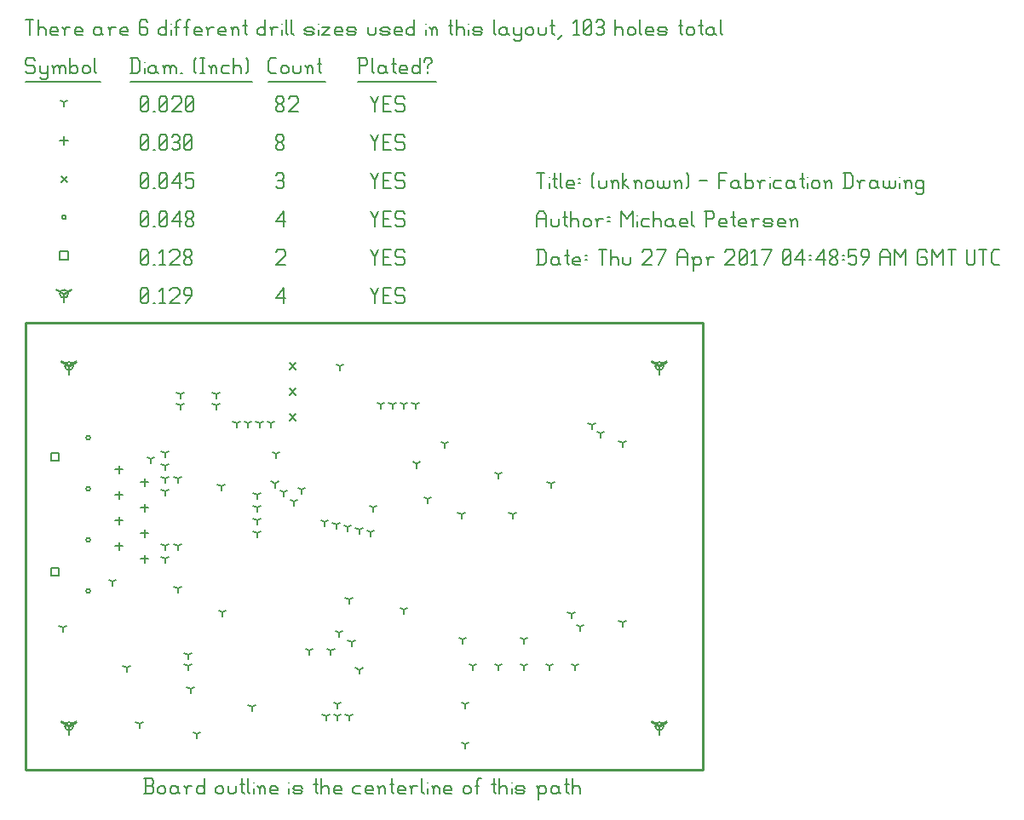
<source format=gbr>
G04 start of page 12 for group -3984 idx -3984 *
G04 Title: (unknown), fab *
G04 Creator: pcb 20140316 *
G04 CreationDate: Thu 27 Apr 2017 04:48:59 AM GMT UTC *
G04 For: railfan *
G04 Format: Gerber/RS-274X *
G04 PCB-Dimensions (mil): 2650.00 1750.00 *
G04 PCB-Coordinate-Origin: lower left *
%MOIN*%
%FSLAX25Y25*%
%LNFAB*%
%ADD107C,0.0100*%
%ADD106C,0.0075*%
%ADD105C,0.0060*%
%ADD104C,0.0001*%
%ADD103R,0.0080X0.0080*%
G54D103*X17000Y158000D02*Y154800D01*
G54D104*G36*
X16454Y158147D02*X19920Y160146D01*
X20320Y159453D01*
X16853Y157454D01*
X16454Y158147D01*
G37*
G36*
X17147Y157454D02*X13680Y159453D01*
X14080Y160146D01*
X17546Y158147D01*
X17147Y157454D01*
G37*
G54D103*X15400Y158000D02*G75*G03X18600Y158000I1600J0D01*G01*
G75*G03X15400Y158000I-1600J0D01*G01*
X17000Y17000D02*Y13800D01*
G54D104*G36*
X16454Y17147D02*X19920Y19146D01*
X20320Y18453D01*
X16853Y16454D01*
X16454Y17147D01*
G37*
G36*
X17147Y16454D02*X13680Y18453D01*
X14080Y19146D01*
X17546Y17147D01*
X17147Y16454D01*
G37*
G54D103*X15400Y17000D02*G75*G03X18600Y17000I1600J0D01*G01*
G75*G03X15400Y17000I-1600J0D01*G01*
X248000D02*Y13800D01*
G54D104*G36*
X247454Y17147D02*X250920Y19146D01*
X251320Y18453D01*
X247853Y16454D01*
X247454Y17147D01*
G37*
G36*
X248147Y16454D02*X244680Y18453D01*
X245080Y19146D01*
X248546Y17147D01*
X248147Y16454D01*
G37*
G54D103*X246400Y17000D02*G75*G03X249600Y17000I1600J0D01*G01*
G75*G03X246400Y17000I-1600J0D01*G01*
X248000Y158000D02*Y154800D01*
G54D104*G36*
X247454Y158147D02*X250920Y160146D01*
X251320Y159453D01*
X247853Y157454D01*
X247454Y158147D01*
G37*
G36*
X248147Y157454D02*X244680Y159453D01*
X245080Y160146D01*
X248546Y158147D01*
X248147Y157454D01*
G37*
G54D103*X246400Y158000D02*G75*G03X249600Y158000I1600J0D01*G01*
G75*G03X246400Y158000I-1600J0D01*G01*
X15000Y186250D02*Y183050D01*
G54D104*G36*
X14454Y186397D02*X17920Y188396D01*
X18320Y187703D01*
X14853Y185704D01*
X14454Y186397D01*
G37*
G36*
X15147Y185704D02*X11680Y187703D01*
X12080Y188396D01*
X15546Y186397D01*
X15147Y185704D01*
G37*
G54D103*X13400Y186250D02*G75*G03X16600Y186250I1600J0D01*G01*
G75*G03X13400Y186250I-1600J0D01*G01*
G54D105*X135000Y188500D02*X136500Y185500D01*
X138000Y188500D01*
X136500Y185500D02*Y182500D01*
X139800Y185800D02*X142050D01*
X139800Y182500D02*X142800D01*
X139800Y188500D02*Y182500D01*
Y188500D02*X142800D01*
X147600D02*X148350Y187750D01*
X145350Y188500D02*X147600D01*
X144600Y187750D02*X145350Y188500D01*
X144600Y187750D02*Y186250D01*
X145350Y185500D01*
X147600D01*
X148350Y184750D01*
Y183250D01*
X147600Y182500D02*X148350Y183250D01*
X145350Y182500D02*X147600D01*
X144600Y183250D02*X145350Y182500D01*
X98000Y184750D02*X101000Y188500D01*
X98000Y184750D02*X101750D01*
X101000Y188500D02*Y182500D01*
X45000Y183250D02*X45750Y182500D01*
X45000Y187750D02*Y183250D01*
Y187750D02*X45750Y188500D01*
X47250D01*
X48000Y187750D01*
Y183250D01*
X47250Y182500D02*X48000Y183250D01*
X45750Y182500D02*X47250D01*
X45000Y184000D02*X48000Y187000D01*
X49800Y182500D02*X50550D01*
X52350Y187300D02*X53550Y188500D01*
Y182500D01*
X52350D02*X54600D01*
X56400Y187750D02*X57150Y188500D01*
X59400D01*
X60150Y187750D01*
Y186250D01*
X56400Y182500D02*X60150Y186250D01*
X56400Y182500D02*X60150D01*
X62700D02*X64950Y185500D01*
Y187750D02*Y185500D01*
X64200Y188500D02*X64950Y187750D01*
X62700Y188500D02*X64200D01*
X61950Y187750D02*X62700Y188500D01*
X61950Y187750D02*Y186250D01*
X62700Y185500D01*
X64950D01*
X9900Y124100D02*X13100D01*
X9900D02*Y120900D01*
X13100D01*
Y124100D02*Y120900D01*
X9900Y79100D02*X13100D01*
X9900D02*Y75900D01*
X13100D01*
Y79100D02*Y75900D01*
X13400Y202850D02*X16600D01*
X13400D02*Y199650D01*
X16600D01*
Y202850D02*Y199650D01*
X135000Y203500D02*X136500Y200500D01*
X138000Y203500D01*
X136500Y200500D02*Y197500D01*
X139800Y200800D02*X142050D01*
X139800Y197500D02*X142800D01*
X139800Y203500D02*Y197500D01*
Y203500D02*X142800D01*
X147600D02*X148350Y202750D01*
X145350Y203500D02*X147600D01*
X144600Y202750D02*X145350Y203500D01*
X144600Y202750D02*Y201250D01*
X145350Y200500D01*
X147600D01*
X148350Y199750D01*
Y198250D01*
X147600Y197500D02*X148350Y198250D01*
X145350Y197500D02*X147600D01*
X144600Y198250D02*X145350Y197500D01*
X98000Y202750D02*X98750Y203500D01*
X101000D01*
X101750Y202750D01*
Y201250D01*
X98000Y197500D02*X101750Y201250D01*
X98000Y197500D02*X101750D01*
X45000Y198250D02*X45750Y197500D01*
X45000Y202750D02*Y198250D01*
Y202750D02*X45750Y203500D01*
X47250D01*
X48000Y202750D01*
Y198250D01*
X47250Y197500D02*X48000Y198250D01*
X45750Y197500D02*X47250D01*
X45000Y199000D02*X48000Y202000D01*
X49800Y197500D02*X50550D01*
X52350Y202300D02*X53550Y203500D01*
Y197500D01*
X52350D02*X54600D01*
X56400Y202750D02*X57150Y203500D01*
X59400D01*
X60150Y202750D01*
Y201250D01*
X56400Y197500D02*X60150Y201250D01*
X56400Y197500D02*X60150D01*
X61950Y198250D02*X62700Y197500D01*
X61950Y199450D02*Y198250D01*
Y199450D02*X63000Y200500D01*
X63900D01*
X64950Y199450D01*
Y198250D01*
X64200Y197500D02*X64950Y198250D01*
X62700Y197500D02*X64200D01*
X61950Y201550D02*X63000Y200500D01*
X61950Y202750D02*Y201550D01*
Y202750D02*X62700Y203500D01*
X64200D01*
X64950Y202750D01*
Y201550D01*
X63900Y200500D02*X64950Y201550D01*
X23700Y130000D02*G75*G03X25300Y130000I800J0D01*G01*
G75*G03X23700Y130000I-800J0D01*G01*
Y110000D02*G75*G03X25300Y110000I800J0D01*G01*
G75*G03X23700Y110000I-800J0D01*G01*
Y90000D02*G75*G03X25300Y90000I800J0D01*G01*
G75*G03X23700Y90000I-800J0D01*G01*
Y70000D02*G75*G03X25300Y70000I800J0D01*G01*
G75*G03X23700Y70000I-800J0D01*G01*
X14200Y216250D02*G75*G03X15800Y216250I800J0D01*G01*
G75*G03X14200Y216250I-800J0D01*G01*
X135000Y218500D02*X136500Y215500D01*
X138000Y218500D01*
X136500Y215500D02*Y212500D01*
X139800Y215800D02*X142050D01*
X139800Y212500D02*X142800D01*
X139800Y218500D02*Y212500D01*
Y218500D02*X142800D01*
X147600D02*X148350Y217750D01*
X145350Y218500D02*X147600D01*
X144600Y217750D02*X145350Y218500D01*
X144600Y217750D02*Y216250D01*
X145350Y215500D01*
X147600D01*
X148350Y214750D01*
Y213250D01*
X147600Y212500D02*X148350Y213250D01*
X145350Y212500D02*X147600D01*
X144600Y213250D02*X145350Y212500D01*
X98000Y214750D02*X101000Y218500D01*
X98000Y214750D02*X101750D01*
X101000Y218500D02*Y212500D01*
X45000Y213250D02*X45750Y212500D01*
X45000Y217750D02*Y213250D01*
Y217750D02*X45750Y218500D01*
X47250D01*
X48000Y217750D01*
Y213250D01*
X47250Y212500D02*X48000Y213250D01*
X45750Y212500D02*X47250D01*
X45000Y214000D02*X48000Y217000D01*
X49800Y212500D02*X50550D01*
X52350Y213250D02*X53100Y212500D01*
X52350Y217750D02*Y213250D01*
Y217750D02*X53100Y218500D01*
X54600D01*
X55350Y217750D01*
Y213250D01*
X54600Y212500D02*X55350Y213250D01*
X53100Y212500D02*X54600D01*
X52350Y214000D02*X55350Y217000D01*
X57150Y214750D02*X60150Y218500D01*
X57150Y214750D02*X60900D01*
X60150Y218500D02*Y212500D01*
X62700Y213250D02*X63450Y212500D01*
X62700Y214450D02*Y213250D01*
Y214450D02*X63750Y215500D01*
X64650D01*
X65700Y214450D01*
Y213250D01*
X64950Y212500D02*X65700Y213250D01*
X63450Y212500D02*X64950D01*
X62700Y216550D02*X63750Y215500D01*
X62700Y217750D02*Y216550D01*
Y217750D02*X63450Y218500D01*
X64950D01*
X65700Y217750D01*
Y216550D01*
X64650Y215500D02*X65700Y216550D01*
X103300Y139200D02*X105700Y136800D01*
X103300D02*X105700Y139200D01*
X103300Y149200D02*X105700Y146800D01*
X103300D02*X105700Y149200D01*
X103300Y159200D02*X105700Y156800D01*
X103300D02*X105700Y159200D01*
X13800Y232450D02*X16200Y230050D01*
X13800D02*X16200Y232450D01*
X135000Y233500D02*X136500Y230500D01*
X138000Y233500D01*
X136500Y230500D02*Y227500D01*
X139800Y230800D02*X142050D01*
X139800Y227500D02*X142800D01*
X139800Y233500D02*Y227500D01*
Y233500D02*X142800D01*
X147600D02*X148350Y232750D01*
X145350Y233500D02*X147600D01*
X144600Y232750D02*X145350Y233500D01*
X144600Y232750D02*Y231250D01*
X145350Y230500D01*
X147600D01*
X148350Y229750D01*
Y228250D01*
X147600Y227500D02*X148350Y228250D01*
X145350Y227500D02*X147600D01*
X144600Y228250D02*X145350Y227500D01*
X98000Y232750D02*X98750Y233500D01*
X100250D01*
X101000Y232750D01*
X100250Y227500D02*X101000Y228250D01*
X98750Y227500D02*X100250D01*
X98000Y228250D02*X98750Y227500D01*
Y230800D02*X100250D01*
X101000Y232750D02*Y231550D01*
Y230050D02*Y228250D01*
Y230050D02*X100250Y230800D01*
X101000Y231550D02*X100250Y230800D01*
X45000Y228250D02*X45750Y227500D01*
X45000Y232750D02*Y228250D01*
Y232750D02*X45750Y233500D01*
X47250D01*
X48000Y232750D01*
Y228250D01*
X47250Y227500D02*X48000Y228250D01*
X45750Y227500D02*X47250D01*
X45000Y229000D02*X48000Y232000D01*
X49800Y227500D02*X50550D01*
X52350Y228250D02*X53100Y227500D01*
X52350Y232750D02*Y228250D01*
Y232750D02*X53100Y233500D01*
X54600D01*
X55350Y232750D01*
Y228250D01*
X54600Y227500D02*X55350Y228250D01*
X53100Y227500D02*X54600D01*
X52350Y229000D02*X55350Y232000D01*
X57150Y229750D02*X60150Y233500D01*
X57150Y229750D02*X60900D01*
X60150Y233500D02*Y227500D01*
X62700Y233500D02*X65700D01*
X62700D02*Y230500D01*
X63450Y231250D01*
X64950D01*
X65700Y230500D01*
Y228250D01*
X64950Y227500D02*X65700Y228250D01*
X63450Y227500D02*X64950D01*
X62700Y228250D02*X63450Y227500D01*
X36500Y119100D02*Y115900D01*
X34900Y117500D02*X38100D01*
X46500Y114100D02*Y110900D01*
X44900Y112500D02*X48100D01*
X36500Y109100D02*Y105900D01*
X34900Y107500D02*X38100D01*
X46500Y104100D02*Y100900D01*
X44900Y102500D02*X48100D01*
X36500Y99100D02*Y95900D01*
X34900Y97500D02*X38100D01*
X46500Y94100D02*Y90900D01*
X44900Y92500D02*X48100D01*
X36500Y89100D02*Y85900D01*
X34900Y87500D02*X38100D01*
X46500Y84100D02*Y80900D01*
X44900Y82500D02*X48100D01*
X15000Y247850D02*Y244650D01*
X13400Y246250D02*X16600D01*
X135000Y248500D02*X136500Y245500D01*
X138000Y248500D01*
X136500Y245500D02*Y242500D01*
X139800Y245800D02*X142050D01*
X139800Y242500D02*X142800D01*
X139800Y248500D02*Y242500D01*
Y248500D02*X142800D01*
X147600D02*X148350Y247750D01*
X145350Y248500D02*X147600D01*
X144600Y247750D02*X145350Y248500D01*
X144600Y247750D02*Y246250D01*
X145350Y245500D01*
X147600D01*
X148350Y244750D01*
Y243250D01*
X147600Y242500D02*X148350Y243250D01*
X145350Y242500D02*X147600D01*
X144600Y243250D02*X145350Y242500D01*
X98000Y243250D02*X98750Y242500D01*
X98000Y244450D02*Y243250D01*
Y244450D02*X99050Y245500D01*
X99950D01*
X101000Y244450D01*
Y243250D01*
X100250Y242500D02*X101000Y243250D01*
X98750Y242500D02*X100250D01*
X98000Y246550D02*X99050Y245500D01*
X98000Y247750D02*Y246550D01*
Y247750D02*X98750Y248500D01*
X100250D01*
X101000Y247750D01*
Y246550D01*
X99950Y245500D02*X101000Y246550D01*
X45000Y243250D02*X45750Y242500D01*
X45000Y247750D02*Y243250D01*
Y247750D02*X45750Y248500D01*
X47250D01*
X48000Y247750D01*
Y243250D01*
X47250Y242500D02*X48000Y243250D01*
X45750Y242500D02*X47250D01*
X45000Y244000D02*X48000Y247000D01*
X49800Y242500D02*X50550D01*
X52350Y243250D02*X53100Y242500D01*
X52350Y247750D02*Y243250D01*
Y247750D02*X53100Y248500D01*
X54600D01*
X55350Y247750D01*
Y243250D01*
X54600Y242500D02*X55350Y243250D01*
X53100Y242500D02*X54600D01*
X52350Y244000D02*X55350Y247000D01*
X57150Y247750D02*X57900Y248500D01*
X59400D01*
X60150Y247750D01*
X59400Y242500D02*X60150Y243250D01*
X57900Y242500D02*X59400D01*
X57150Y243250D02*X57900Y242500D01*
Y245800D02*X59400D01*
X60150Y247750D02*Y246550D01*
Y245050D02*Y243250D01*
Y245050D02*X59400Y245800D01*
X60150Y246550D02*X59400Y245800D01*
X61950Y243250D02*X62700Y242500D01*
X61950Y247750D02*Y243250D01*
Y247750D02*X62700Y248500D01*
X64200D01*
X64950Y247750D01*
Y243250D01*
X64200Y242500D02*X64950Y243250D01*
X62700Y242500D02*X64200D01*
X61950Y244000D02*X64950Y247000D01*
X60500Y142500D02*Y140900D01*
Y142500D02*X61887Y143300D01*
X60500Y142500D02*X59113Y143300D01*
X74500Y142500D02*Y140900D01*
Y142500D02*X75887Y143300D01*
X74500Y142500D02*X73113Y143300D01*
X60500Y147000D02*Y145400D01*
Y147000D02*X61887Y147800D01*
X60500Y147000D02*X59113Y147800D01*
X74500Y147000D02*Y145400D01*
Y147000D02*X75887Y147800D01*
X74500Y147000D02*X73113Y147800D01*
X34000Y73500D02*Y71900D01*
Y73500D02*X35387Y74300D01*
X34000Y73500D02*X32613Y74300D01*
X77000Y61500D02*Y59900D01*
Y61500D02*X78387Y62300D01*
X77000Y61500D02*X75613Y62300D01*
X111000Y46500D02*Y44900D01*
Y46500D02*X112387Y47300D01*
X111000Y46500D02*X109613Y47300D01*
X14500Y55500D02*Y53900D01*
Y55500D02*X15887Y56300D01*
X14500Y55500D02*X13113Y56300D01*
X119448Y46500D02*Y44900D01*
Y46500D02*X120835Y47300D01*
X119448Y46500D02*X118061Y47300D01*
X127500Y49901D02*Y48301D01*
Y49901D02*X128887Y50701D01*
X127500Y49901D02*X126113Y50701D01*
X90500Y107500D02*Y105900D01*
Y107500D02*X91887Y108300D01*
X90500Y107500D02*X89113Y108300D01*
X90500Y102500D02*Y100900D01*
Y102500D02*X91887Y103300D01*
X90500Y102500D02*X89113Y103300D01*
X90500Y92500D02*Y90900D01*
Y92500D02*X91887Y93300D01*
X90500Y92500D02*X89113Y93300D01*
X122598Y53500D02*Y51900D01*
Y53500D02*X123985Y54300D01*
X122598Y53500D02*X121211Y54300D01*
X90500Y97500D02*Y95900D01*
Y97500D02*X91887Y98300D01*
X90500Y97500D02*X89113Y98300D01*
X126500Y66500D02*Y64900D01*
Y66500D02*X127887Y67300D01*
X126500Y66500D02*X125113Y67300D01*
X122000Y25500D02*Y23900D01*
Y25500D02*X123387Y26300D01*
X122000Y25500D02*X120613Y26300D01*
X122000Y21000D02*Y19400D01*
Y21000D02*X123387Y21800D01*
X122000Y21000D02*X120613Y21800D01*
X117500Y21000D02*Y19400D01*
Y21000D02*X118887Y21800D01*
X117500Y21000D02*X116113Y21800D01*
X126500Y21000D02*Y19400D01*
Y21000D02*X127887Y21800D01*
X126500Y21000D02*X125113Y21800D01*
X54500Y124000D02*Y122400D01*
Y124000D02*X55887Y124800D01*
X54500Y124000D02*X53113Y124800D01*
X54500Y119000D02*Y117400D01*
Y119000D02*X55887Y119800D01*
X54500Y119000D02*X53113Y119800D01*
X54500Y114000D02*Y112400D01*
Y114000D02*X55887Y114800D01*
X54500Y114000D02*X53113Y114800D01*
X49000Y121500D02*Y119900D01*
Y121500D02*X50387Y122300D01*
X49000Y121500D02*X47613Y122300D01*
X54500Y109000D02*Y107400D01*
Y109000D02*X55887Y109800D01*
X54500Y109000D02*X53113Y109800D01*
X59500Y114000D02*Y112400D01*
Y114000D02*X60887Y114800D01*
X59500Y114000D02*X58113Y114800D01*
X87000Y135500D02*Y133900D01*
Y135500D02*X88387Y136300D01*
X87000Y135500D02*X85613Y136300D01*
X82500Y135500D02*Y133900D01*
Y135500D02*X83887Y136300D01*
X82500Y135500D02*X81113Y136300D01*
X96000Y135500D02*Y133900D01*
Y135500D02*X97387Y136300D01*
X96000Y135500D02*X94613Y136300D01*
X91500Y135500D02*Y133900D01*
Y135500D02*X92887Y136300D01*
X91500Y135500D02*X90113Y136300D01*
X59500Y87500D02*Y85900D01*
Y87500D02*X60887Y88300D01*
X59500Y87500D02*X58113Y88300D01*
X54500Y82500D02*Y80900D01*
Y82500D02*X55887Y83300D01*
X54500Y82500D02*X53113Y83300D01*
X54500Y87500D02*Y85900D01*
Y87500D02*X55887Y88300D01*
X54500Y87500D02*X53113Y88300D01*
X39500Y40000D02*Y38400D01*
Y40000D02*X40887Y40800D01*
X39500Y40000D02*X38113Y40800D01*
X59500Y71000D02*Y69400D01*
Y71000D02*X60887Y71800D01*
X59500Y71000D02*X58113Y71800D01*
X63500Y40500D02*Y38900D01*
Y40500D02*X64887Y41300D01*
X63500Y40500D02*X62113Y41300D01*
X63500Y45000D02*Y43400D01*
Y45000D02*X64887Y45800D01*
X63500Y45000D02*X62113Y45800D01*
X44500Y18000D02*Y16400D01*
Y18000D02*X45887Y18800D01*
X44500Y18000D02*X43113Y18800D01*
X88500Y24500D02*Y22900D01*
Y24500D02*X89887Y25300D01*
X88500Y24500D02*X87113Y25300D01*
X64500Y31500D02*Y29900D01*
Y31500D02*X65887Y32300D01*
X64500Y31500D02*X63113Y32300D01*
X195000Y51000D02*Y49400D01*
Y51000D02*X196387Y51800D01*
X195000Y51000D02*X193613Y51800D01*
X170500Y100000D02*Y98400D01*
Y100000D02*X171887Y100800D01*
X170500Y100000D02*X169113Y100800D01*
X117000Y97000D02*Y95400D01*
Y97000D02*X118387Y97800D01*
X117000Y97000D02*X115613Y97800D01*
X121500Y96000D02*Y94400D01*
Y96000D02*X122887Y96800D01*
X121500Y96000D02*X120113Y96800D01*
X126000Y95000D02*Y93400D01*
Y95000D02*X127387Y95800D01*
X126000Y95000D02*X124613Y95800D01*
X130500Y94000D02*Y92400D01*
Y94000D02*X131887Y94800D01*
X130500Y94000D02*X129113Y94800D01*
X135000Y93000D02*Y91400D01*
Y93000D02*X136387Y93800D01*
X135000Y93000D02*X133613Y93800D01*
X153000Y119685D02*Y118085D01*
Y119685D02*X154387Y120485D01*
X153000Y119685D02*X151613Y120485D01*
X213500Y61000D02*Y59400D01*
Y61000D02*X214887Y61800D01*
X213500Y61000D02*X212113Y61800D01*
X163984Y127559D02*Y125959D01*
Y127559D02*X165371Y128359D01*
X163984Y127559D02*X162598Y128359D01*
X217000Y56000D02*Y54400D01*
Y56000D02*X218387Y56800D01*
X217000Y56000D02*X215613Y56800D01*
X152500Y143000D02*Y141400D01*
Y143000D02*X153887Y143800D01*
X152500Y143000D02*X151113Y143800D01*
X233500Y128000D02*Y126400D01*
Y128000D02*X234887Y128800D01*
X233500Y128000D02*X232113Y128800D01*
X233500Y57500D02*Y55900D01*
Y57500D02*X234887Y58300D01*
X233500Y57500D02*X232113Y58300D01*
X215000Y40500D02*Y38900D01*
Y40500D02*X216387Y41300D01*
X215000Y40500D02*X213613Y41300D01*
X205000Y40500D02*Y38900D01*
Y40500D02*X206387Y41300D01*
X205000Y40500D02*X203613Y41300D01*
X195000Y40500D02*Y38900D01*
Y40500D02*X196387Y41300D01*
X195000Y40500D02*X193613Y41300D01*
X185000Y40500D02*Y38900D01*
Y40500D02*X186387Y41300D01*
X185000Y40500D02*X183613Y41300D01*
X175000Y40500D02*Y38900D01*
Y40500D02*X176387Y41300D01*
X175000Y40500D02*X173613Y41300D01*
X171000Y51000D02*Y49400D01*
Y51000D02*X172387Y51800D01*
X171000Y51000D02*X169613Y51800D01*
X130500Y39075D02*Y37475D01*
Y39075D02*X131887Y39875D01*
X130500Y39075D02*X129113Y39875D01*
X157185Y106000D02*Y104400D01*
Y106000D02*X158572Y106800D01*
X157185Y106000D02*X155798Y106800D01*
X205500Y112000D02*Y110400D01*
Y112000D02*X206887Y112800D01*
X205500Y112000D02*X204113Y112800D01*
X190500Y100000D02*Y98400D01*
Y100000D02*X191887Y100800D01*
X190500Y100000D02*X189113Y100800D01*
X185000Y115652D02*Y114052D01*
Y115652D02*X186387Y116452D01*
X185000Y115652D02*X183613Y116452D01*
X136000Y102500D02*Y100900D01*
Y102500D02*X137387Y103300D01*
X136000Y102500D02*X134613Y103300D01*
X225000Y131500D02*Y129900D01*
Y131500D02*X226387Y132300D01*
X225000Y131500D02*X223613Y132300D01*
X221500Y135000D02*Y133400D01*
Y135000D02*X222887Y135800D01*
X221500Y135000D02*X220113Y135800D01*
X148000Y62500D02*Y60900D01*
Y62500D02*X149387Y63300D01*
X148000Y62500D02*X146613Y63300D01*
X67000Y14000D02*Y12400D01*
Y14000D02*X68387Y14800D01*
X67000Y14000D02*X65613Y14800D01*
X172000Y10000D02*Y8400D01*
Y10000D02*X173387Y10800D01*
X172000Y10000D02*X170613Y10800D01*
X172000Y25500D02*Y23900D01*
Y25500D02*X173387Y26300D01*
X172000Y25500D02*X170613Y26300D01*
X98000Y123500D02*Y121900D01*
Y123500D02*X99387Y124300D01*
X98000Y123500D02*X96613Y124300D01*
X97457Y112043D02*Y110443D01*
Y112043D02*X98844Y112843D01*
X97457Y112043D02*X96070Y112843D01*
X105000Y105000D02*Y103400D01*
Y105000D02*X106387Y105800D01*
X105000Y105000D02*X103613Y105800D01*
X101000Y108500D02*Y106900D01*
Y108500D02*X102387Y109300D01*
X101000Y108500D02*X99613Y109300D01*
X108000Y109500D02*Y107900D01*
Y109500D02*X109387Y110300D01*
X108000Y109500D02*X106613Y110300D01*
X76500Y111000D02*Y109400D01*
Y111000D02*X77887Y111800D01*
X76500Y111000D02*X75113Y111800D01*
X123000Y158000D02*Y156400D01*
Y158000D02*X124387Y158800D01*
X123000Y158000D02*X121613Y158800D01*
X148000Y143000D02*Y141400D01*
Y143000D02*X149387Y143800D01*
X148000Y143000D02*X146613Y143800D01*
X143500Y143000D02*Y141400D01*
Y143000D02*X144887Y143800D01*
X143500Y143000D02*X142113Y143800D01*
X139000Y143000D02*Y141400D01*
Y143000D02*X140387Y143800D01*
X139000Y143000D02*X137613Y143800D01*
X15000Y261250D02*Y259650D01*
Y261250D02*X16387Y262050D01*
X15000Y261250D02*X13613Y262050D01*
X135000Y263500D02*X136500Y260500D01*
X138000Y263500D01*
X136500Y260500D02*Y257500D01*
X139800Y260800D02*X142050D01*
X139800Y257500D02*X142800D01*
X139800Y263500D02*Y257500D01*
Y263500D02*X142800D01*
X147600D02*X148350Y262750D01*
X145350Y263500D02*X147600D01*
X144600Y262750D02*X145350Y263500D01*
X144600Y262750D02*Y261250D01*
X145350Y260500D01*
X147600D01*
X148350Y259750D01*
Y258250D01*
X147600Y257500D02*X148350Y258250D01*
X145350Y257500D02*X147600D01*
X144600Y258250D02*X145350Y257500D01*
X98000Y258250D02*X98750Y257500D01*
X98000Y259450D02*Y258250D01*
Y259450D02*X99050Y260500D01*
X99950D01*
X101000Y259450D01*
Y258250D01*
X100250Y257500D02*X101000Y258250D01*
X98750Y257500D02*X100250D01*
X98000Y261550D02*X99050Y260500D01*
X98000Y262750D02*Y261550D01*
Y262750D02*X98750Y263500D01*
X100250D01*
X101000Y262750D01*
Y261550D01*
X99950Y260500D02*X101000Y261550D01*
X102800Y262750D02*X103550Y263500D01*
X105800D01*
X106550Y262750D01*
Y261250D01*
X102800Y257500D02*X106550Y261250D01*
X102800Y257500D02*X106550D01*
X45000Y258250D02*X45750Y257500D01*
X45000Y262750D02*Y258250D01*
Y262750D02*X45750Y263500D01*
X47250D01*
X48000Y262750D01*
Y258250D01*
X47250Y257500D02*X48000Y258250D01*
X45750Y257500D02*X47250D01*
X45000Y259000D02*X48000Y262000D01*
X49800Y257500D02*X50550D01*
X52350Y258250D02*X53100Y257500D01*
X52350Y262750D02*Y258250D01*
Y262750D02*X53100Y263500D01*
X54600D01*
X55350Y262750D01*
Y258250D01*
X54600Y257500D02*X55350Y258250D01*
X53100Y257500D02*X54600D01*
X52350Y259000D02*X55350Y262000D01*
X57150Y262750D02*X57900Y263500D01*
X60150D01*
X60900Y262750D01*
Y261250D01*
X57150Y257500D02*X60900Y261250D01*
X57150Y257500D02*X60900D01*
X62700Y258250D02*X63450Y257500D01*
X62700Y262750D02*Y258250D01*
Y262750D02*X63450Y263500D01*
X64950D01*
X65700Y262750D01*
Y258250D01*
X64950Y257500D02*X65700Y258250D01*
X63450Y257500D02*X64950D01*
X62700Y259000D02*X65700Y262000D01*
X3000Y278500D02*X3750Y277750D01*
X750Y278500D02*X3000D01*
X0Y277750D02*X750Y278500D01*
X0Y277750D02*Y276250D01*
X750Y275500D01*
X3000D01*
X3750Y274750D01*
Y273250D01*
X3000Y272500D02*X3750Y273250D01*
X750Y272500D02*X3000D01*
X0Y273250D02*X750Y272500D01*
X5550Y275500D02*Y273250D01*
X6300Y272500D01*
X8550Y275500D02*Y271000D01*
X7800Y270250D02*X8550Y271000D01*
X6300Y270250D02*X7800D01*
X5550Y271000D02*X6300Y270250D01*
Y272500D02*X7800D01*
X8550Y273250D01*
X11100Y274750D02*Y272500D01*
Y274750D02*X11850Y275500D01*
X12600D01*
X13350Y274750D01*
Y272500D01*
Y274750D02*X14100Y275500D01*
X14850D01*
X15600Y274750D01*
Y272500D01*
X10350Y275500D02*X11100Y274750D01*
X17400Y278500D02*Y272500D01*
Y273250D02*X18150Y272500D01*
X19650D01*
X20400Y273250D01*
Y274750D02*Y273250D01*
X19650Y275500D02*X20400Y274750D01*
X18150Y275500D02*X19650D01*
X17400Y274750D02*X18150Y275500D01*
X22200Y274750D02*Y273250D01*
Y274750D02*X22950Y275500D01*
X24450D01*
X25200Y274750D01*
Y273250D01*
X24450Y272500D02*X25200Y273250D01*
X22950Y272500D02*X24450D01*
X22200Y273250D02*X22950Y272500D01*
X27000Y278500D02*Y273250D01*
X27750Y272500D01*
X0Y269250D02*X29250D01*
X41750Y278500D02*Y272500D01*
X43700Y278500D02*X44750Y277450D01*
Y273550D01*
X43700Y272500D02*X44750Y273550D01*
X41000Y272500D02*X43700D01*
X41000Y278500D02*X43700D01*
G54D106*X46550Y277000D02*Y276850D01*
G54D105*Y274750D02*Y272500D01*
X50300Y275500D02*X51050Y274750D01*
X48800Y275500D02*X50300D01*
X48050Y274750D02*X48800Y275500D01*
X48050Y274750D02*Y273250D01*
X48800Y272500D01*
X51050Y275500D02*Y273250D01*
X51800Y272500D01*
X48800D02*X50300D01*
X51050Y273250D01*
X54350Y274750D02*Y272500D01*
Y274750D02*X55100Y275500D01*
X55850D01*
X56600Y274750D01*
Y272500D01*
Y274750D02*X57350Y275500D01*
X58100D01*
X58850Y274750D01*
Y272500D01*
X53600Y275500D02*X54350Y274750D01*
X60650Y272500D02*X61400D01*
X65900Y273250D02*X66650Y272500D01*
X65900Y277750D02*X66650Y278500D01*
X65900Y277750D02*Y273250D01*
X68450Y278500D02*X69950D01*
X69200D02*Y272500D01*
X68450D02*X69950D01*
X72500Y274750D02*Y272500D01*
Y274750D02*X73250Y275500D01*
X74000D01*
X74750Y274750D01*
Y272500D01*
X71750Y275500D02*X72500Y274750D01*
X77300Y275500D02*X79550D01*
X76550Y274750D02*X77300Y275500D01*
X76550Y274750D02*Y273250D01*
X77300Y272500D01*
X79550D01*
X81350Y278500D02*Y272500D01*
Y274750D02*X82100Y275500D01*
X83600D01*
X84350Y274750D01*
Y272500D01*
X86150Y278500D02*X86900Y277750D01*
Y273250D01*
X86150Y272500D02*X86900Y273250D01*
X41000Y269250D02*X88700D01*
X96050Y272500D02*X98000D01*
X95000Y273550D02*X96050Y272500D01*
X95000Y277450D02*Y273550D01*
Y277450D02*X96050Y278500D01*
X98000D01*
X99800Y274750D02*Y273250D01*
Y274750D02*X100550Y275500D01*
X102050D01*
X102800Y274750D01*
Y273250D01*
X102050Y272500D02*X102800Y273250D01*
X100550Y272500D02*X102050D01*
X99800Y273250D02*X100550Y272500D01*
X104600Y275500D02*Y273250D01*
X105350Y272500D01*
X106850D01*
X107600Y273250D01*
Y275500D02*Y273250D01*
X110150Y274750D02*Y272500D01*
Y274750D02*X110900Y275500D01*
X111650D01*
X112400Y274750D01*
Y272500D01*
X109400Y275500D02*X110150Y274750D01*
X114950Y278500D02*Y273250D01*
X115700Y272500D01*
X114200Y276250D02*X115700D01*
X95000Y269250D02*X117200D01*
X130750Y278500D02*Y272500D01*
X130000Y278500D02*X133000D01*
X133750Y277750D01*
Y276250D01*
X133000Y275500D02*X133750Y276250D01*
X130750Y275500D02*X133000D01*
X135550Y278500D02*Y273250D01*
X136300Y272500D01*
X140050Y275500D02*X140800Y274750D01*
X138550Y275500D02*X140050D01*
X137800Y274750D02*X138550Y275500D01*
X137800Y274750D02*Y273250D01*
X138550Y272500D01*
X140800Y275500D02*Y273250D01*
X141550Y272500D01*
X138550D02*X140050D01*
X140800Y273250D01*
X144100Y278500D02*Y273250D01*
X144850Y272500D01*
X143350Y276250D02*X144850D01*
X147100Y272500D02*X149350D01*
X146350Y273250D02*X147100Y272500D01*
X146350Y274750D02*Y273250D01*
Y274750D02*X147100Y275500D01*
X148600D01*
X149350Y274750D01*
X146350Y274000D02*X149350D01*
Y274750D02*Y274000D01*
X154150Y278500D02*Y272500D01*
X153400D02*X154150Y273250D01*
X151900Y272500D02*X153400D01*
X151150Y273250D02*X151900Y272500D01*
X151150Y274750D02*Y273250D01*
Y274750D02*X151900Y275500D01*
X153400D01*
X154150Y274750D01*
X157450Y275500D02*Y274750D01*
Y273250D02*Y272500D01*
X155950Y277750D02*Y277000D01*
Y277750D02*X156700Y278500D01*
X158200D01*
X158950Y277750D01*
Y277000D01*
X157450Y275500D02*X158950Y277000D01*
X130000Y269250D02*X160750D01*
X0Y293500D02*X3000D01*
X1500D02*Y287500D01*
X4800Y293500D02*Y287500D01*
Y289750D02*X5550Y290500D01*
X7050D01*
X7800Y289750D01*
Y287500D01*
X10350D02*X12600D01*
X9600Y288250D02*X10350Y287500D01*
X9600Y289750D02*Y288250D01*
Y289750D02*X10350Y290500D01*
X11850D01*
X12600Y289750D01*
X9600Y289000D02*X12600D01*
Y289750D02*Y289000D01*
X15150Y289750D02*Y287500D01*
Y289750D02*X15900Y290500D01*
X17400D01*
X14400D02*X15150Y289750D01*
X19950Y287500D02*X22200D01*
X19200Y288250D02*X19950Y287500D01*
X19200Y289750D02*Y288250D01*
Y289750D02*X19950Y290500D01*
X21450D01*
X22200Y289750D01*
X19200Y289000D02*X22200D01*
Y289750D02*Y289000D01*
X28950Y290500D02*X29700Y289750D01*
X27450Y290500D02*X28950D01*
X26700Y289750D02*X27450Y290500D01*
X26700Y289750D02*Y288250D01*
X27450Y287500D01*
X29700Y290500D02*Y288250D01*
X30450Y287500D01*
X27450D02*X28950D01*
X29700Y288250D01*
X33000Y289750D02*Y287500D01*
Y289750D02*X33750Y290500D01*
X35250D01*
X32250D02*X33000Y289750D01*
X37800Y287500D02*X40050D01*
X37050Y288250D02*X37800Y287500D01*
X37050Y289750D02*Y288250D01*
Y289750D02*X37800Y290500D01*
X39300D01*
X40050Y289750D01*
X37050Y289000D02*X40050D01*
Y289750D02*Y289000D01*
X46800Y293500D02*X47550Y292750D01*
X45300Y293500D02*X46800D01*
X44550Y292750D02*X45300Y293500D01*
X44550Y292750D02*Y288250D01*
X45300Y287500D01*
X46800Y290800D02*X47550Y290050D01*
X44550Y290800D02*X46800D01*
X45300Y287500D02*X46800D01*
X47550Y288250D01*
Y290050D02*Y288250D01*
X55050Y293500D02*Y287500D01*
X54300D02*X55050Y288250D01*
X52800Y287500D02*X54300D01*
X52050Y288250D02*X52800Y287500D01*
X52050Y289750D02*Y288250D01*
Y289750D02*X52800Y290500D01*
X54300D01*
X55050Y289750D01*
G54D106*X56850Y292000D02*Y291850D01*
G54D105*Y289750D02*Y287500D01*
X59100Y292750D02*Y287500D01*
Y292750D02*X59850Y293500D01*
X60600D01*
X58350Y290500D02*X59850D01*
X62850Y292750D02*Y287500D01*
Y292750D02*X63600Y293500D01*
X64350D01*
X62100Y290500D02*X63600D01*
X66600Y287500D02*X68850D01*
X65850Y288250D02*X66600Y287500D01*
X65850Y289750D02*Y288250D01*
Y289750D02*X66600Y290500D01*
X68100D01*
X68850Y289750D01*
X65850Y289000D02*X68850D01*
Y289750D02*Y289000D01*
X71400Y289750D02*Y287500D01*
Y289750D02*X72150Y290500D01*
X73650D01*
X70650D02*X71400Y289750D01*
X76200Y287500D02*X78450D01*
X75450Y288250D02*X76200Y287500D01*
X75450Y289750D02*Y288250D01*
Y289750D02*X76200Y290500D01*
X77700D01*
X78450Y289750D01*
X75450Y289000D02*X78450D01*
Y289750D02*Y289000D01*
X81000Y289750D02*Y287500D01*
Y289750D02*X81750Y290500D01*
X82500D01*
X83250Y289750D01*
Y287500D01*
X80250Y290500D02*X81000Y289750D01*
X85800Y293500D02*Y288250D01*
X86550Y287500D01*
X85050Y291250D02*X86550D01*
X93750Y293500D02*Y287500D01*
X93000D02*X93750Y288250D01*
X91500Y287500D02*X93000D01*
X90750Y288250D02*X91500Y287500D01*
X90750Y289750D02*Y288250D01*
Y289750D02*X91500Y290500D01*
X93000D01*
X93750Y289750D01*
X96300D02*Y287500D01*
Y289750D02*X97050Y290500D01*
X98550D01*
X95550D02*X96300Y289750D01*
G54D106*X100350Y292000D02*Y291850D01*
G54D105*Y289750D02*Y287500D01*
X101850Y293500D02*Y288250D01*
X102600Y287500D01*
X104100Y293500D02*Y288250D01*
X104850Y287500D01*
X109800D02*X112050D01*
X112800Y288250D01*
X112050Y289000D02*X112800Y288250D01*
X109800Y289000D02*X112050D01*
X109050Y289750D02*X109800Y289000D01*
X109050Y289750D02*X109800Y290500D01*
X112050D01*
X112800Y289750D01*
X109050Y288250D02*X109800Y287500D01*
G54D106*X114600Y292000D02*Y291850D01*
G54D105*Y289750D02*Y287500D01*
X116100Y290500D02*X119100D01*
X116100Y287500D02*X119100Y290500D01*
X116100Y287500D02*X119100D01*
X121650D02*X123900D01*
X120900Y288250D02*X121650Y287500D01*
X120900Y289750D02*Y288250D01*
Y289750D02*X121650Y290500D01*
X123150D01*
X123900Y289750D01*
X120900Y289000D02*X123900D01*
Y289750D02*Y289000D01*
X126450Y287500D02*X128700D01*
X129450Y288250D01*
X128700Y289000D02*X129450Y288250D01*
X126450Y289000D02*X128700D01*
X125700Y289750D02*X126450Y289000D01*
X125700Y289750D02*X126450Y290500D01*
X128700D01*
X129450Y289750D01*
X125700Y288250D02*X126450Y287500D01*
X133950Y290500D02*Y288250D01*
X134700Y287500D01*
X136200D01*
X136950Y288250D01*
Y290500D02*Y288250D01*
X139500Y287500D02*X141750D01*
X142500Y288250D01*
X141750Y289000D02*X142500Y288250D01*
X139500Y289000D02*X141750D01*
X138750Y289750D02*X139500Y289000D01*
X138750Y289750D02*X139500Y290500D01*
X141750D01*
X142500Y289750D01*
X138750Y288250D02*X139500Y287500D01*
X145050D02*X147300D01*
X144300Y288250D02*X145050Y287500D01*
X144300Y289750D02*Y288250D01*
Y289750D02*X145050Y290500D01*
X146550D01*
X147300Y289750D01*
X144300Y289000D02*X147300D01*
Y289750D02*Y289000D01*
X152100Y293500D02*Y287500D01*
X151350D02*X152100Y288250D01*
X149850Y287500D02*X151350D01*
X149100Y288250D02*X149850Y287500D01*
X149100Y289750D02*Y288250D01*
Y289750D02*X149850Y290500D01*
X151350D01*
X152100Y289750D01*
G54D106*X156600Y292000D02*Y291850D01*
G54D105*Y289750D02*Y287500D01*
X158850Y289750D02*Y287500D01*
Y289750D02*X159600Y290500D01*
X160350D01*
X161100Y289750D01*
Y287500D01*
X158100Y290500D02*X158850Y289750D01*
X166350Y293500D02*Y288250D01*
X167100Y287500D01*
X165600Y291250D02*X167100D01*
X168600Y293500D02*Y287500D01*
Y289750D02*X169350Y290500D01*
X170850D01*
X171600Y289750D01*
Y287500D01*
G54D106*X173400Y292000D02*Y291850D01*
G54D105*Y289750D02*Y287500D01*
X175650D02*X177900D01*
X178650Y288250D01*
X177900Y289000D02*X178650Y288250D01*
X175650Y289000D02*X177900D01*
X174900Y289750D02*X175650Y289000D01*
X174900Y289750D02*X175650Y290500D01*
X177900D01*
X178650Y289750D01*
X174900Y288250D02*X175650Y287500D01*
X183150Y293500D02*Y288250D01*
X183900Y287500D01*
X187650Y290500D02*X188400Y289750D01*
X186150Y290500D02*X187650D01*
X185400Y289750D02*X186150Y290500D01*
X185400Y289750D02*Y288250D01*
X186150Y287500D01*
X188400Y290500D02*Y288250D01*
X189150Y287500D01*
X186150D02*X187650D01*
X188400Y288250D01*
X190950Y290500D02*Y288250D01*
X191700Y287500D01*
X193950Y290500D02*Y286000D01*
X193200Y285250D02*X193950Y286000D01*
X191700Y285250D02*X193200D01*
X190950Y286000D02*X191700Y285250D01*
Y287500D02*X193200D01*
X193950Y288250D01*
X195750Y289750D02*Y288250D01*
Y289750D02*X196500Y290500D01*
X198000D01*
X198750Y289750D01*
Y288250D01*
X198000Y287500D02*X198750Y288250D01*
X196500Y287500D02*X198000D01*
X195750Y288250D02*X196500Y287500D01*
X200550Y290500D02*Y288250D01*
X201300Y287500D01*
X202800D01*
X203550Y288250D01*
Y290500D02*Y288250D01*
X206100Y293500D02*Y288250D01*
X206850Y287500D01*
X205350Y291250D02*X206850D01*
X208350Y286000D02*X209850Y287500D01*
X214350Y292300D02*X215550Y293500D01*
Y287500D01*
X214350D02*X216600D01*
X218400Y288250D02*X219150Y287500D01*
X218400Y292750D02*Y288250D01*
Y292750D02*X219150Y293500D01*
X220650D01*
X221400Y292750D01*
Y288250D01*
X220650Y287500D02*X221400Y288250D01*
X219150Y287500D02*X220650D01*
X218400Y289000D02*X221400Y292000D01*
X223200Y292750D02*X223950Y293500D01*
X225450D01*
X226200Y292750D01*
X225450Y287500D02*X226200Y288250D01*
X223950Y287500D02*X225450D01*
X223200Y288250D02*X223950Y287500D01*
Y290800D02*X225450D01*
X226200Y292750D02*Y291550D01*
Y290050D02*Y288250D01*
Y290050D02*X225450Y290800D01*
X226200Y291550D02*X225450Y290800D01*
X230700Y293500D02*Y287500D01*
Y289750D02*X231450Y290500D01*
X232950D01*
X233700Y289750D01*
Y287500D01*
X235500Y289750D02*Y288250D01*
Y289750D02*X236250Y290500D01*
X237750D01*
X238500Y289750D01*
Y288250D01*
X237750Y287500D02*X238500Y288250D01*
X236250Y287500D02*X237750D01*
X235500Y288250D02*X236250Y287500D01*
X240300Y293500D02*Y288250D01*
X241050Y287500D01*
X243300D02*X245550D01*
X242550Y288250D02*X243300Y287500D01*
X242550Y289750D02*Y288250D01*
Y289750D02*X243300Y290500D01*
X244800D01*
X245550Y289750D01*
X242550Y289000D02*X245550D01*
Y289750D02*Y289000D01*
X248100Y287500D02*X250350D01*
X251100Y288250D01*
X250350Y289000D02*X251100Y288250D01*
X248100Y289000D02*X250350D01*
X247350Y289750D02*X248100Y289000D01*
X247350Y289750D02*X248100Y290500D01*
X250350D01*
X251100Y289750D01*
X247350Y288250D02*X248100Y287500D01*
X256350Y293500D02*Y288250D01*
X257100Y287500D01*
X255600Y291250D02*X257100D01*
X258600Y289750D02*Y288250D01*
Y289750D02*X259350Y290500D01*
X260850D01*
X261600Y289750D01*
Y288250D01*
X260850Y287500D02*X261600Y288250D01*
X259350Y287500D02*X260850D01*
X258600Y288250D02*X259350Y287500D01*
X264150Y293500D02*Y288250D01*
X264900Y287500D01*
X263400Y291250D02*X264900D01*
X268650Y290500D02*X269400Y289750D01*
X267150Y290500D02*X268650D01*
X266400Y289750D02*X267150Y290500D01*
X266400Y289750D02*Y288250D01*
X267150Y287500D01*
X269400Y290500D02*Y288250D01*
X270150Y287500D01*
X267150D02*X268650D01*
X269400Y288250D01*
X271950Y293500D02*Y288250D01*
X272700Y287500D01*
G54D107*X0Y175000D02*X265000D01*
Y0D01*
X0D02*Y175000D01*
X265000Y0D02*X0D01*
G54D105*X46175Y-9500D02*X49175D01*
X49925Y-8750D01*
Y-6950D02*Y-8750D01*
X49175Y-6200D02*X49925Y-6950D01*
X46925Y-6200D02*X49175D01*
X46925Y-3500D02*Y-9500D01*
X46175Y-3500D02*X49175D01*
X49925Y-4250D01*
Y-5450D01*
X49175Y-6200D02*X49925Y-5450D01*
X51725Y-7250D02*Y-8750D01*
Y-7250D02*X52475Y-6500D01*
X53975D01*
X54725Y-7250D01*
Y-8750D01*
X53975Y-9500D02*X54725Y-8750D01*
X52475Y-9500D02*X53975D01*
X51725Y-8750D02*X52475Y-9500D01*
X58775Y-6500D02*X59525Y-7250D01*
X57275Y-6500D02*X58775D01*
X56525Y-7250D02*X57275Y-6500D01*
X56525Y-7250D02*Y-8750D01*
X57275Y-9500D01*
X59525Y-6500D02*Y-8750D01*
X60275Y-9500D01*
X57275D02*X58775D01*
X59525Y-8750D01*
X62825Y-7250D02*Y-9500D01*
Y-7250D02*X63575Y-6500D01*
X65075D01*
X62075D02*X62825Y-7250D01*
X69875Y-3500D02*Y-9500D01*
X69125D02*X69875Y-8750D01*
X67625Y-9500D02*X69125D01*
X66875Y-8750D02*X67625Y-9500D01*
X66875Y-7250D02*Y-8750D01*
Y-7250D02*X67625Y-6500D01*
X69125D01*
X69875Y-7250D01*
X74375D02*Y-8750D01*
Y-7250D02*X75125Y-6500D01*
X76625D01*
X77375Y-7250D01*
Y-8750D01*
X76625Y-9500D02*X77375Y-8750D01*
X75125Y-9500D02*X76625D01*
X74375Y-8750D02*X75125Y-9500D01*
X79175Y-6500D02*Y-8750D01*
X79925Y-9500D01*
X81425D01*
X82175Y-8750D01*
Y-6500D02*Y-8750D01*
X84725Y-3500D02*Y-8750D01*
X85475Y-9500D01*
X83975Y-5750D02*X85475D01*
X86975Y-3500D02*Y-8750D01*
X87725Y-9500D01*
G54D106*X89225Y-5000D02*Y-5150D01*
G54D105*Y-7250D02*Y-9500D01*
X91475Y-7250D02*Y-9500D01*
Y-7250D02*X92225Y-6500D01*
X92975D01*
X93725Y-7250D01*
Y-9500D01*
X90725Y-6500D02*X91475Y-7250D01*
X96275Y-9500D02*X98525D01*
X95525Y-8750D02*X96275Y-9500D01*
X95525Y-7250D02*Y-8750D01*
Y-7250D02*X96275Y-6500D01*
X97775D01*
X98525Y-7250D01*
X95525Y-8000D02*X98525D01*
Y-7250D02*Y-8000D01*
G54D106*X103025Y-5000D02*Y-5150D01*
G54D105*Y-7250D02*Y-9500D01*
X105275D02*X107525D01*
X108275Y-8750D01*
X107525Y-8000D02*X108275Y-8750D01*
X105275Y-8000D02*X107525D01*
X104525Y-7250D02*X105275Y-8000D01*
X104525Y-7250D02*X105275Y-6500D01*
X107525D01*
X108275Y-7250D01*
X104525Y-8750D02*X105275Y-9500D01*
X113525Y-3500D02*Y-8750D01*
X114275Y-9500D01*
X112775Y-5750D02*X114275D01*
X115775Y-3500D02*Y-9500D01*
Y-7250D02*X116525Y-6500D01*
X118025D01*
X118775Y-7250D01*
Y-9500D01*
X121325D02*X123575D01*
X120575Y-8750D02*X121325Y-9500D01*
X120575Y-7250D02*Y-8750D01*
Y-7250D02*X121325Y-6500D01*
X122825D01*
X123575Y-7250D01*
X120575Y-8000D02*X123575D01*
Y-7250D02*Y-8000D01*
X128825Y-6500D02*X131075D01*
X128075Y-7250D02*X128825Y-6500D01*
X128075Y-7250D02*Y-8750D01*
X128825Y-9500D01*
X131075D01*
X133625D02*X135875D01*
X132875Y-8750D02*X133625Y-9500D01*
X132875Y-7250D02*Y-8750D01*
Y-7250D02*X133625Y-6500D01*
X135125D01*
X135875Y-7250D01*
X132875Y-8000D02*X135875D01*
Y-7250D02*Y-8000D01*
X138425Y-7250D02*Y-9500D01*
Y-7250D02*X139175Y-6500D01*
X139925D01*
X140675Y-7250D01*
Y-9500D01*
X137675Y-6500D02*X138425Y-7250D01*
X143225Y-3500D02*Y-8750D01*
X143975Y-9500D01*
X142475Y-5750D02*X143975D01*
X146225Y-9500D02*X148475D01*
X145475Y-8750D02*X146225Y-9500D01*
X145475Y-7250D02*Y-8750D01*
Y-7250D02*X146225Y-6500D01*
X147725D01*
X148475Y-7250D01*
X145475Y-8000D02*X148475D01*
Y-7250D02*Y-8000D01*
X151025Y-7250D02*Y-9500D01*
Y-7250D02*X151775Y-6500D01*
X153275D01*
X150275D02*X151025Y-7250D01*
X155075Y-3500D02*Y-8750D01*
X155825Y-9500D01*
G54D106*X157325Y-5000D02*Y-5150D01*
G54D105*Y-7250D02*Y-9500D01*
X159575Y-7250D02*Y-9500D01*
Y-7250D02*X160325Y-6500D01*
X161075D01*
X161825Y-7250D01*
Y-9500D01*
X158825Y-6500D02*X159575Y-7250D01*
X164375Y-9500D02*X166625D01*
X163625Y-8750D02*X164375Y-9500D01*
X163625Y-7250D02*Y-8750D01*
Y-7250D02*X164375Y-6500D01*
X165875D01*
X166625Y-7250D01*
X163625Y-8000D02*X166625D01*
Y-7250D02*Y-8000D01*
X171125Y-7250D02*Y-8750D01*
Y-7250D02*X171875Y-6500D01*
X173375D01*
X174125Y-7250D01*
Y-8750D01*
X173375Y-9500D02*X174125Y-8750D01*
X171875Y-9500D02*X173375D01*
X171125Y-8750D02*X171875Y-9500D01*
X176675Y-4250D02*Y-9500D01*
Y-4250D02*X177425Y-3500D01*
X178175D01*
X175925Y-6500D02*X177425D01*
X183125Y-3500D02*Y-8750D01*
X183875Y-9500D01*
X182375Y-5750D02*X183875D01*
X185375Y-3500D02*Y-9500D01*
Y-7250D02*X186125Y-6500D01*
X187625D01*
X188375Y-7250D01*
Y-9500D01*
G54D106*X190175Y-5000D02*Y-5150D01*
G54D105*Y-7250D02*Y-9500D01*
X192425D02*X194675D01*
X195425Y-8750D01*
X194675Y-8000D02*X195425Y-8750D01*
X192425Y-8000D02*X194675D01*
X191675Y-7250D02*X192425Y-8000D01*
X191675Y-7250D02*X192425Y-6500D01*
X194675D01*
X195425Y-7250D01*
X191675Y-8750D02*X192425Y-9500D01*
X200675Y-7250D02*Y-11750D01*
X199925Y-6500D02*X200675Y-7250D01*
X201425Y-6500D01*
X202925D01*
X203675Y-7250D01*
Y-8750D01*
X202925Y-9500D02*X203675Y-8750D01*
X201425Y-9500D02*X202925D01*
X200675Y-8750D02*X201425Y-9500D01*
X207725Y-6500D02*X208475Y-7250D01*
X206225Y-6500D02*X207725D01*
X205475Y-7250D02*X206225Y-6500D01*
X205475Y-7250D02*Y-8750D01*
X206225Y-9500D01*
X208475Y-6500D02*Y-8750D01*
X209225Y-9500D01*
X206225D02*X207725D01*
X208475Y-8750D01*
X211775Y-3500D02*Y-8750D01*
X212525Y-9500D01*
X211025Y-5750D02*X212525D01*
X214025Y-3500D02*Y-9500D01*
Y-7250D02*X214775Y-6500D01*
X216275D01*
X217025Y-7250D01*
Y-9500D01*
X200750Y203500D02*Y197500D01*
X202700Y203500D02*X203750Y202450D01*
Y198550D01*
X202700Y197500D02*X203750Y198550D01*
X200000Y197500D02*X202700D01*
X200000Y203500D02*X202700D01*
X207800Y200500D02*X208550Y199750D01*
X206300Y200500D02*X207800D01*
X205550Y199750D02*X206300Y200500D01*
X205550Y199750D02*Y198250D01*
X206300Y197500D01*
X208550Y200500D02*Y198250D01*
X209300Y197500D01*
X206300D02*X207800D01*
X208550Y198250D01*
X211850Y203500D02*Y198250D01*
X212600Y197500D01*
X211100Y201250D02*X212600D01*
X214850Y197500D02*X217100D01*
X214100Y198250D02*X214850Y197500D01*
X214100Y199750D02*Y198250D01*
Y199750D02*X214850Y200500D01*
X216350D01*
X217100Y199750D01*
X214100Y199000D02*X217100D01*
Y199750D02*Y199000D01*
X218900Y201250D02*X219650D01*
X218900Y199750D02*X219650D01*
X224150Y203500D02*X227150D01*
X225650D02*Y197500D01*
X228950Y203500D02*Y197500D01*
Y199750D02*X229700Y200500D01*
X231200D01*
X231950Y199750D01*
Y197500D01*
X233750Y200500D02*Y198250D01*
X234500Y197500D01*
X236000D01*
X236750Y198250D01*
Y200500D02*Y198250D01*
X241250Y202750D02*X242000Y203500D01*
X244250D01*
X245000Y202750D01*
Y201250D01*
X241250Y197500D02*X245000Y201250D01*
X241250Y197500D02*X245000D01*
X247550D02*X250550Y203500D01*
X246800D02*X250550D01*
X255050Y202000D02*Y197500D01*
Y202000D02*X256100Y203500D01*
X257750D01*
X258800Y202000D01*
Y197500D01*
X255050Y200500D02*X258800D01*
X261350Y199750D02*Y195250D01*
X260600Y200500D02*X261350Y199750D01*
X262100Y200500D01*
X263600D01*
X264350Y199750D01*
Y198250D01*
X263600Y197500D02*X264350Y198250D01*
X262100Y197500D02*X263600D01*
X261350Y198250D02*X262100Y197500D01*
X266900Y199750D02*Y197500D01*
Y199750D02*X267650Y200500D01*
X269150D01*
X266150D02*X266900Y199750D01*
X273650Y202750D02*X274400Y203500D01*
X276650D01*
X277400Y202750D01*
Y201250D01*
X273650Y197500D02*X277400Y201250D01*
X273650Y197500D02*X277400D01*
X279200Y198250D02*X279950Y197500D01*
X279200Y202750D02*Y198250D01*
Y202750D02*X279950Y203500D01*
X281450D01*
X282200Y202750D01*
Y198250D01*
X281450Y197500D02*X282200Y198250D01*
X279950Y197500D02*X281450D01*
X279200Y199000D02*X282200Y202000D01*
X284000Y202300D02*X285200Y203500D01*
Y197500D01*
X284000D02*X286250D01*
X288800D02*X291800Y203500D01*
X288050D02*X291800D01*
X296300Y198250D02*X297050Y197500D01*
X296300Y202750D02*Y198250D01*
Y202750D02*X297050Y203500D01*
X298550D01*
X299300Y202750D01*
Y198250D01*
X298550Y197500D02*X299300Y198250D01*
X297050Y197500D02*X298550D01*
X296300Y199000D02*X299300Y202000D01*
X301100Y199750D02*X304100Y203500D01*
X301100Y199750D02*X304850D01*
X304100Y203500D02*Y197500D01*
X306650Y201250D02*X307400D01*
X306650Y199750D02*X307400D01*
X309200D02*X312200Y203500D01*
X309200Y199750D02*X312950D01*
X312200Y203500D02*Y197500D01*
X314750Y198250D02*X315500Y197500D01*
X314750Y199450D02*Y198250D01*
Y199450D02*X315800Y200500D01*
X316700D01*
X317750Y199450D01*
Y198250D01*
X317000Y197500D02*X317750Y198250D01*
X315500Y197500D02*X317000D01*
X314750Y201550D02*X315800Y200500D01*
X314750Y202750D02*Y201550D01*
Y202750D02*X315500Y203500D01*
X317000D01*
X317750Y202750D01*
Y201550D01*
X316700Y200500D02*X317750Y201550D01*
X319550Y201250D02*X320300D01*
X319550Y199750D02*X320300D01*
X322100Y203500D02*X325100D01*
X322100D02*Y200500D01*
X322850Y201250D01*
X324350D01*
X325100Y200500D01*
Y198250D01*
X324350Y197500D02*X325100Y198250D01*
X322850Y197500D02*X324350D01*
X322100Y198250D02*X322850Y197500D01*
X327650D02*X329900Y200500D01*
Y202750D02*Y200500D01*
X329150Y203500D02*X329900Y202750D01*
X327650Y203500D02*X329150D01*
X326900Y202750D02*X327650Y203500D01*
X326900Y202750D02*Y201250D01*
X327650Y200500D01*
X329900D01*
X334400Y202000D02*Y197500D01*
Y202000D02*X335450Y203500D01*
X337100D01*
X338150Y202000D01*
Y197500D01*
X334400Y200500D02*X338150D01*
X339950Y203500D02*Y197500D01*
Y203500D02*X342200Y200500D01*
X344450Y203500D01*
Y197500D01*
X351950Y203500D02*X352700Y202750D01*
X349700Y203500D02*X351950D01*
X348950Y202750D02*X349700Y203500D01*
X348950Y202750D02*Y198250D01*
X349700Y197500D01*
X351950D01*
X352700Y198250D01*
Y199750D02*Y198250D01*
X351950Y200500D02*X352700Y199750D01*
X350450Y200500D02*X351950D01*
X354500Y203500D02*Y197500D01*
Y203500D02*X356750Y200500D01*
X359000Y203500D01*
Y197500D01*
X360800Y203500D02*X363800D01*
X362300D02*Y197500D01*
X368300Y203500D02*Y198250D01*
X369050Y197500D01*
X370550D01*
X371300Y198250D01*
Y203500D02*Y198250D01*
X373100Y203500D02*X376100D01*
X374600D02*Y197500D01*
X378950D02*X380900D01*
X377900Y198550D02*X378950Y197500D01*
X377900Y202450D02*Y198550D01*
Y202450D02*X378950Y203500D01*
X380900D01*
X200000Y217000D02*Y212500D01*
Y217000D02*X201050Y218500D01*
X202700D01*
X203750Y217000D01*
Y212500D01*
X200000Y215500D02*X203750D01*
X205550D02*Y213250D01*
X206300Y212500D01*
X207800D01*
X208550Y213250D01*
Y215500D02*Y213250D01*
X211100Y218500D02*Y213250D01*
X211850Y212500D01*
X210350Y216250D02*X211850D01*
X213350Y218500D02*Y212500D01*
Y214750D02*X214100Y215500D01*
X215600D01*
X216350Y214750D01*
Y212500D01*
X218150Y214750D02*Y213250D01*
Y214750D02*X218900Y215500D01*
X220400D01*
X221150Y214750D01*
Y213250D01*
X220400Y212500D02*X221150Y213250D01*
X218900Y212500D02*X220400D01*
X218150Y213250D02*X218900Y212500D01*
X223700Y214750D02*Y212500D01*
Y214750D02*X224450Y215500D01*
X225950D01*
X222950D02*X223700Y214750D01*
X227750Y216250D02*X228500D01*
X227750Y214750D02*X228500D01*
X233000Y218500D02*Y212500D01*
Y218500D02*X235250Y215500D01*
X237500Y218500D01*
Y212500D01*
G54D106*X239300Y217000D02*Y216850D01*
G54D105*Y214750D02*Y212500D01*
X241550Y215500D02*X243800D01*
X240800Y214750D02*X241550Y215500D01*
X240800Y214750D02*Y213250D01*
X241550Y212500D01*
X243800D01*
X245600Y218500D02*Y212500D01*
Y214750D02*X246350Y215500D01*
X247850D01*
X248600Y214750D01*
Y212500D01*
X252650Y215500D02*X253400Y214750D01*
X251150Y215500D02*X252650D01*
X250400Y214750D02*X251150Y215500D01*
X250400Y214750D02*Y213250D01*
X251150Y212500D01*
X253400Y215500D02*Y213250D01*
X254150Y212500D01*
X251150D02*X252650D01*
X253400Y213250D01*
X256700Y212500D02*X258950D01*
X255950Y213250D02*X256700Y212500D01*
X255950Y214750D02*Y213250D01*
Y214750D02*X256700Y215500D01*
X258200D01*
X258950Y214750D01*
X255950Y214000D02*X258950D01*
Y214750D02*Y214000D01*
X260750Y218500D02*Y213250D01*
X261500Y212500D01*
X266450Y218500D02*Y212500D01*
X265700Y218500D02*X268700D01*
X269450Y217750D01*
Y216250D01*
X268700Y215500D02*X269450Y216250D01*
X266450Y215500D02*X268700D01*
X272000Y212500D02*X274250D01*
X271250Y213250D02*X272000Y212500D01*
X271250Y214750D02*Y213250D01*
Y214750D02*X272000Y215500D01*
X273500D01*
X274250Y214750D01*
X271250Y214000D02*X274250D01*
Y214750D02*Y214000D01*
X276800Y218500D02*Y213250D01*
X277550Y212500D01*
X276050Y216250D02*X277550D01*
X279800Y212500D02*X282050D01*
X279050Y213250D02*X279800Y212500D01*
X279050Y214750D02*Y213250D01*
Y214750D02*X279800Y215500D01*
X281300D01*
X282050Y214750D01*
X279050Y214000D02*X282050D01*
Y214750D02*Y214000D01*
X284600Y214750D02*Y212500D01*
Y214750D02*X285350Y215500D01*
X286850D01*
X283850D02*X284600Y214750D01*
X289400Y212500D02*X291650D01*
X292400Y213250D01*
X291650Y214000D02*X292400Y213250D01*
X289400Y214000D02*X291650D01*
X288650Y214750D02*X289400Y214000D01*
X288650Y214750D02*X289400Y215500D01*
X291650D01*
X292400Y214750D01*
X288650Y213250D02*X289400Y212500D01*
X294950D02*X297200D01*
X294200Y213250D02*X294950Y212500D01*
X294200Y214750D02*Y213250D01*
Y214750D02*X294950Y215500D01*
X296450D01*
X297200Y214750D01*
X294200Y214000D02*X297200D01*
Y214750D02*Y214000D01*
X299750Y214750D02*Y212500D01*
Y214750D02*X300500Y215500D01*
X301250D01*
X302000Y214750D01*
Y212500D01*
X299000Y215500D02*X299750Y214750D01*
X200000Y233500D02*X203000D01*
X201500D02*Y227500D01*
G54D106*X204800Y232000D02*Y231850D01*
G54D105*Y229750D02*Y227500D01*
X207050Y233500D02*Y228250D01*
X207800Y227500D01*
X206300Y231250D02*X207800D01*
X209300Y233500D02*Y228250D01*
X210050Y227500D01*
X212300D02*X214550D01*
X211550Y228250D02*X212300Y227500D01*
X211550Y229750D02*Y228250D01*
Y229750D02*X212300Y230500D01*
X213800D01*
X214550Y229750D01*
X211550Y229000D02*X214550D01*
Y229750D02*Y229000D01*
X216350Y231250D02*X217100D01*
X216350Y229750D02*X217100D01*
X221600Y228250D02*X222350Y227500D01*
X221600Y232750D02*X222350Y233500D01*
X221600Y232750D02*Y228250D01*
X224150Y230500D02*Y228250D01*
X224900Y227500D01*
X226400D01*
X227150Y228250D01*
Y230500D02*Y228250D01*
X229700Y229750D02*Y227500D01*
Y229750D02*X230450Y230500D01*
X231200D01*
X231950Y229750D01*
Y227500D01*
X228950Y230500D02*X229700Y229750D01*
X233750Y233500D02*Y227500D01*
Y229750D02*X236000Y227500D01*
X233750Y229750D02*X235250Y231250D01*
X238550Y229750D02*Y227500D01*
Y229750D02*X239300Y230500D01*
X240050D01*
X240800Y229750D01*
Y227500D01*
X237800Y230500D02*X238550Y229750D01*
X242600D02*Y228250D01*
Y229750D02*X243350Y230500D01*
X244850D01*
X245600Y229750D01*
Y228250D01*
X244850Y227500D02*X245600Y228250D01*
X243350Y227500D02*X244850D01*
X242600Y228250D02*X243350Y227500D01*
X247400Y230500D02*Y228250D01*
X248150Y227500D01*
X248900D01*
X249650Y228250D01*
Y230500D02*Y228250D01*
X250400Y227500D01*
X251150D01*
X251900Y228250D01*
Y230500D02*Y228250D01*
X254450Y229750D02*Y227500D01*
Y229750D02*X255200Y230500D01*
X255950D01*
X256700Y229750D01*
Y227500D01*
X253700Y230500D02*X254450Y229750D01*
X258500Y233500D02*X259250Y232750D01*
Y228250D01*
X258500Y227500D02*X259250Y228250D01*
X263750Y230500D02*X266750D01*
X271250Y233500D02*Y227500D01*
Y233500D02*X274250D01*
X271250Y230800D02*X273500D01*
X278300Y230500D02*X279050Y229750D01*
X276800Y230500D02*X278300D01*
X276050Y229750D02*X276800Y230500D01*
X276050Y229750D02*Y228250D01*
X276800Y227500D01*
X279050Y230500D02*Y228250D01*
X279800Y227500D01*
X276800D02*X278300D01*
X279050Y228250D01*
X281600Y233500D02*Y227500D01*
Y228250D02*X282350Y227500D01*
X283850D01*
X284600Y228250D01*
Y229750D02*Y228250D01*
X283850Y230500D02*X284600Y229750D01*
X282350Y230500D02*X283850D01*
X281600Y229750D02*X282350Y230500D01*
X287150Y229750D02*Y227500D01*
Y229750D02*X287900Y230500D01*
X289400D01*
X286400D02*X287150Y229750D01*
G54D106*X291200Y232000D02*Y231850D01*
G54D105*Y229750D02*Y227500D01*
X293450Y230500D02*X295700D01*
X292700Y229750D02*X293450Y230500D01*
X292700Y229750D02*Y228250D01*
X293450Y227500D01*
X295700D01*
X299750Y230500D02*X300500Y229750D01*
X298250Y230500D02*X299750D01*
X297500Y229750D02*X298250Y230500D01*
X297500Y229750D02*Y228250D01*
X298250Y227500D01*
X300500Y230500D02*Y228250D01*
X301250Y227500D01*
X298250D02*X299750D01*
X300500Y228250D01*
X303800Y233500D02*Y228250D01*
X304550Y227500D01*
X303050Y231250D02*X304550D01*
G54D106*X306050Y232000D02*Y231850D01*
G54D105*Y229750D02*Y227500D01*
X307550Y229750D02*Y228250D01*
Y229750D02*X308300Y230500D01*
X309800D01*
X310550Y229750D01*
Y228250D01*
X309800Y227500D02*X310550Y228250D01*
X308300Y227500D02*X309800D01*
X307550Y228250D02*X308300Y227500D01*
X313100Y229750D02*Y227500D01*
Y229750D02*X313850Y230500D01*
X314600D01*
X315350Y229750D01*
Y227500D01*
X312350Y230500D02*X313100Y229750D01*
X320600Y233500D02*Y227500D01*
X322550Y233500D02*X323600Y232450D01*
Y228550D01*
X322550Y227500D02*X323600Y228550D01*
X319850Y227500D02*X322550D01*
X319850Y233500D02*X322550D01*
X326150Y229750D02*Y227500D01*
Y229750D02*X326900Y230500D01*
X328400D01*
X325400D02*X326150Y229750D01*
X332450Y230500D02*X333200Y229750D01*
X330950Y230500D02*X332450D01*
X330200Y229750D02*X330950Y230500D01*
X330200Y229750D02*Y228250D01*
X330950Y227500D01*
X333200Y230500D02*Y228250D01*
X333950Y227500D01*
X330950D02*X332450D01*
X333200Y228250D01*
X335750Y230500D02*Y228250D01*
X336500Y227500D01*
X337250D01*
X338000Y228250D01*
Y230500D02*Y228250D01*
X338750Y227500D01*
X339500D01*
X340250Y228250D01*
Y230500D02*Y228250D01*
G54D106*X342050Y232000D02*Y231850D01*
G54D105*Y229750D02*Y227500D01*
X344300Y229750D02*Y227500D01*
Y229750D02*X345050Y230500D01*
X345800D01*
X346550Y229750D01*
Y227500D01*
X343550Y230500D02*X344300Y229750D01*
X350600Y230500D02*X351350Y229750D01*
X349100Y230500D02*X350600D01*
X348350Y229750D02*X349100Y230500D01*
X348350Y229750D02*Y228250D01*
X349100Y227500D01*
X350600D01*
X351350Y228250D01*
X348350Y226000D02*X349100Y225250D01*
X350600D01*
X351350Y226000D01*
Y230500D02*Y226000D01*
M02*

</source>
